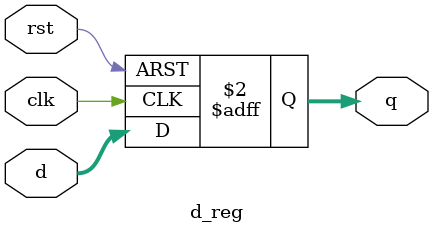
<source format=v>
module d_reg # (parameter WIDTH = 32) (
        input  wire             clk,
        input  wire             rst,
        input  wire [WIDTH-1:0] d,
        output reg  [WIDTH-1:0] q
    );

    always @ (posedge clk, posedge rst) begin
        if (rst) q <= 0;
        else     q <= d;
    end
endmodule
</source>
